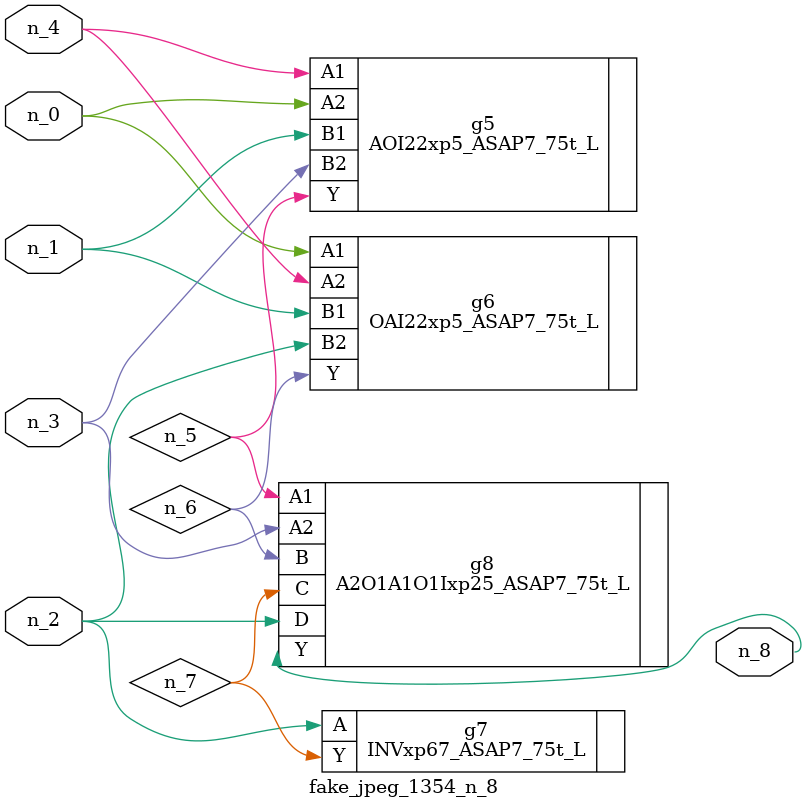
<source format=v>
module fake_jpeg_1354_n_8 (n_3, n_2, n_1, n_0, n_4, n_8);

input n_3;
input n_2;
input n_1;
input n_0;
input n_4;

output n_8;

wire n_6;
wire n_5;
wire n_7;

AOI22xp5_ASAP7_75t_L g5 ( 
.A1(n_4),
.A2(n_0),
.B1(n_1),
.B2(n_3),
.Y(n_5)
);

OAI22xp5_ASAP7_75t_L g6 ( 
.A1(n_0),
.A2(n_4),
.B1(n_1),
.B2(n_2),
.Y(n_6)
);

INVxp67_ASAP7_75t_L g7 ( 
.A(n_2),
.Y(n_7)
);

A2O1A1O1Ixp25_ASAP7_75t_L g8 ( 
.A1(n_5),
.A2(n_3),
.B(n_6),
.C(n_7),
.D(n_2),
.Y(n_8)
);


endmodule
</source>
